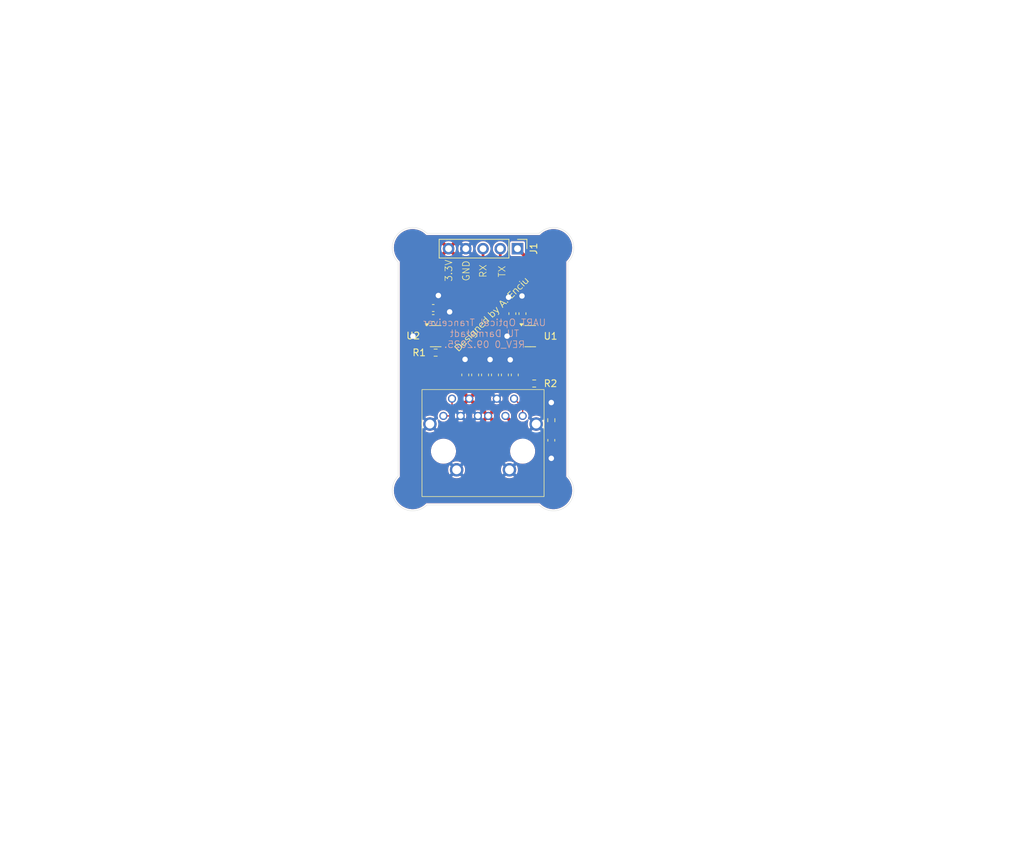
<source format=kicad_pcb>
(kicad_pcb (version 20241229) (generator "pcbnew") (generator_version "9.0")
  (layers (0 "F.Cu" signal) (2 "B.Cu" signal) (13 "F.Paste" user) (15 "B.Paste" user) (5 "F.SilkS" user "F.Silkscreen") (7 "B.SilkS" user "B.Silkscreen") (1 "F.Mask" user) (3 "B.Mask" user) (25 "Edge.Cuts" user))
  (net 0 "")
  (net 1 "GND")
  (net 2 "+3V3")
  (net 3 "/MON")
  (net 4 "/RD_P")
  (net 5 "/RD_N")
  (net 6 "/TD_N")
  (net 7 "/TD_P")
  (net 8 "/UART_TX")
  (net 9 "/UART_RX")
  (footprint "Package_TO_SOT_SMD:SOT-23-5" (layer "F.Cu") (at 115.6425 81.42)
    (property "Reference" "U2" (at -3.3125 -0.05 0) (layer "F.SilkS"))
    (property "Value" "DS90LV012ATMF")
    (fp_line (start 0 -1.56) (end -0.8 -1.56) (stroke (width 0.12)) (layer "F.SilkS"))
    (fp_line (start 0 -1.56) (end 0.8 -1.56) (stroke (width 0.12)) (layer "F.SilkS"))
    (fp_line (start 0 1.56) (end -0.8 1.56) (stroke (width 0.12)) (layer "F.SilkS"))
    (fp_line (start 0 1.56) (end 0.8 1.56) (stroke (width 0.12)) (layer "F.SilkS"))
    (fp_poly (pts (xy -1.3 -1.51) (xy -1.54 -1.84) (xy -1.06 -1.84)) (stroke (width 0.12)) (fill yes) (layer "F.SilkS"))
    (pad "1" smd roundrect (at -1.1375 -0.95) (size 1.325 0.6) (layers "F.Cu" "F.Mask" "F.Paste") (net 2 "+3V3"))
    (pad "2" smd roundrect (at -1.1375 0) (size 1.325 0.6) (layers "F.Cu" "F.Mask" "F.Paste") (net 1 "GND"))
    (pad "3" smd roundrect (at -1.1375 0.95) (size 1.325 0.6) (layers "F.Cu" "F.Mask" "F.Paste") (net 7 "/TD_P"))
    (pad "4" smd roundrect (at 1.1375 0.95) (size 1.325 0.6) (layers "F.Cu" "F.Mask" "F.Paste") (net 6 "/TD_N"))
    (pad "5" smd roundrect (at 1.1375 -0.95) (size 1.325 0.6) (layers "F.Cu" "F.Mask" "F.Paste") (net 9 "/UART_RX"))
  )
  (footprint "Capacitor_SMD:C_0603_1608Metric" (layer "F.Cu") (at 126.94 78.1 90)
    (property "Reference" "C8" (hide yes))
    (property "Value" "100n")
    (fp_line (start -0.14058 -0.51) (end 0.14058 -0.51) (stroke (width 0.12)) (layer "F.SilkS"))
    (fp_line (start -0.14058 0.51) (end 0.14058 0.51) (stroke (width 0.12)) (layer "F.SilkS"))
    (pad "1" smd roundrect (at -0.775 0 90) (size 0.9 0.95) (layers "F.Cu" "F.Mask" "F.Paste") (net 2 "+3V3"))
    (pad "2" smd roundrect (at 0.775 0 90) (size 0.9 0.95) (layers "F.Cu" "F.Mask" "F.Paste") (net 1 "GND"))
  )
  (footprint "Capacitor_SMD:C_0603_1608Metric" (layer "F.Cu") (at 121.46 87.13 90)
    (property "Reference" "C4" (hide yes))
    (property "Value" "10u")
    (fp_line (start -0.14058 -0.51) (end 0.14058 -0.51) (stroke (width 0.12)) (layer "F.SilkS"))
    (fp_line (start -0.14058 0.51) (end 0.14058 0.51) (stroke (width 0.12)) (layer "F.SilkS"))
    (pad "1" smd roundrect (at -0.775 0 90) (size 0.9 0.95) (layers "F.Cu" "F.Mask" "F.Paste") (net 2 "+3V3"))
    (pad "2" smd roundrect (at 0.775 0 90) (size 0.9 0.95) (layers "F.Cu" "F.Mask" "F.Paste") (net 1 "GND"))
  )
  (footprint "Capacitor_SMD:C_0603_1608Metric" (layer "F.Cu") (at 120 87.13 90)
    (property "Reference" "C6" (hide yes))
    (property "Value" "10n")
    (fp_line (start -0.14058 -0.51) (end 0.14058 -0.51) (stroke (width 0.12)) (layer "F.SilkS"))
    (fp_line (start -0.14058 0.51) (end 0.14058 0.51) (stroke (width 0.12)) (layer "F.SilkS"))
    (pad "1" smd roundrect (at -0.775 0 90) (size 0.9 0.95) (layers "F.Cu" "F.Mask" "F.Paste") (net 2 "+3V3"))
    (pad "2" smd roundrect (at 0.775 0 90) (size 0.9 0.95) (layers "F.Cu" "F.Mask" "F.Paste") (net 1 "GND"))
  )
  (footprint "Package_TO_SOT_SMD:SOT-23-5" (layer "F.Cu") (at 129.5825 81.42)
    (property "Reference" "U1" (at 2.9875 0 0) (layer "F.SilkS"))
    (property "Value" "DS90LV011A")
    (fp_line (start 0 -1.56) (end -0.8 -1.56) (stroke (width 0.12)) (layer "F.SilkS"))
    (fp_line (start 0 -1.56) (end 0.8 -1.56) (stroke (width 0.12)) (layer "F.SilkS"))
    (fp_line (start 0 1.56) (end -0.8 1.56) (stroke (width 0.12)) (layer "F.SilkS"))
    (fp_line (start 0 1.56) (end 0.8 1.56) (stroke (width 0.12)) (layer "F.SilkS"))
    (fp_poly (pts (xy -1.3 -1.51) (xy -1.54 -1.84) (xy -1.06 -1.84)) (stroke (width 0.12)) (fill yes) (layer "F.SilkS"))
    (pad "1" smd roundrect (at -1.1375 -0.95) (size 1.325 0.6) (layers "F.Cu" "F.Mask" "F.Paste") (net 2 "+3V3"))
    (pad "2" smd roundrect (at -1.1375 0) (size 1.325 0.6) (layers "F.Cu" "F.Mask" "F.Paste") (net 1 "GND"))
    (pad "3" smd roundrect (at -1.1375 0.95) (size 1.325 0.6) (layers "F.Cu" "F.Mask" "F.Paste") (net 5 "/RD_N"))
    (pad "4" smd roundrect (at 1.1375 0.95) (size 1.325 0.6) (layers "F.Cu" "F.Mask" "F.Paste") (net 4 "/RD_P"))
    (pad "5" smd roundrect (at 1.1375 -0.95) (size 1.325 0.6) (layers "F.Cu" "F.Mask" "F.Paste") (net 8 "/UART_TX"))
  )
  (footprint "Capacitor_SMD:C_0603_1608Metric" (layer "F.Cu") (at 128.43 78.1 90)
    (property "Reference" "C9" (hide yes))
    (property "Value" "1n")
    (fp_line (start -0.14058 -0.51) (end 0.14058 -0.51) (stroke (width 0.12)) (layer "F.SilkS"))
    (fp_line (start -0.14058 0.51) (end 0.14058 0.51) (stroke (width 0.12)) (layer "F.SilkS"))
    (pad "1" smd roundrect (at -0.775 0 90) (size 0.9 0.95) (layers "F.Cu" "F.Mask" "F.Paste") (net 2 "+3V3"))
    (pad "2" smd roundrect (at 0.775 0 90) (size 0.9 0.95) (layers "F.Cu" "F.Mask" "F.Paste") (net 1 "GND"))
  )
  (footprint "Connector_PinHeader_2.54mm:PinHeader_1x05_P2.54mm_Vertical" (layer "F.Cu") (at 127.7 68.53 -90)
    (property "Reference" "J1" (at 0 -2.38 90) (layer "F.SilkS"))
    (property "Value" "Conn_01x05_Pin")
    (fp_line (start -1.38 11.54) (end 1.38 11.54) (stroke (width 0.12)) (layer "F.SilkS"))
    (fp_line (start -1.38 1.27) (end -1.38 11.54) (stroke (width 0.12)) (layer "F.SilkS"))
    (fp_line (start -1.38 1.27) (end 1.38 1.27) (stroke (width 0.12)) (layer "F.SilkS"))
    (fp_line (start 1.38 1.27) (end 1.38 11.54) (stroke (width 0.12)) (layer "F.SilkS"))
    (fp_line (start -1.38 0) (end -1.38 -1.38) (stroke (width 0.12)) (layer "F.SilkS"))
    (fp_line (start -1.38 -1.38) (end 0 -1.38) (stroke (width 0.12)) (layer "F.SilkS"))
    (pad "1" thru_hole rect (at 0 0 270) (size 1.7 1.7) (drill 1) (layers "*.Cu" "*.Mask") (net 3 "/MON"))
    (pad "2" thru_hole circle (at 0 2.54 270) (size 1.7 1.7) (drill 1) (layers "*.Cu" "*.Mask") (net 8 "/UART_TX"))
    (pad "3" thru_hole circle (at 0 5.08 270) (size 1.7 1.7) (drill 1) (layers "*.Cu" "*.Mask") (net 9 "/UART_RX"))
    (pad "4" thru_hole circle (at 0 7.62 270) (size 1.7 1.7) (drill 1) (layers "*.Cu" "*.Mask") (net 1 "GND"))
    (pad "5" thru_hole circle (at 0 10.16 270) (size 1.7 1.7) (drill 1) (layers "*.Cu" "*.Mask") (net 2 "+3V3"))
  )
  (footprint "Resistor_SMD:R_0603_1608Metric" (layer "F.Cu") (at 132.68 93.8 90)
    (property "Reference" "R3" (hide yes))
    (property "Value" "2k")
    (fp_line (start -0.237258 -0.5225) (end 0.237258 -0.5225) (stroke (width 0.12)) (layer "F.SilkS"))
    (fp_line (start -0.237258 0.5225) (end 0.237258 0.5225) (stroke (width 0.12)) (layer "F.SilkS"))
    (pad "1" smd roundrect (at -0.825 0 90) (size 0.8 0.95) (layers "F.Cu" "F.Mask" "F.Paste") (net 3 "/MON"))
    (pad "2" smd roundrect (at 0.825 0 90) (size 0.8 0.95) (layers "F.Cu" "F.Mask" "F.Paste") (net 1 "GND"))
  )
  (footprint "Capacitor_SMD:C_0603_1608Metric" (layer "F.Cu") (at 124.38 87.13 90)
    (property "Reference" "C1" (hide yes))
    (property "Value" "10u")
    (fp_line (start -0.14058 -0.51) (end 0.14058 -0.51) (stroke (width 0.12)) (layer "F.SilkS"))
    (fp_line (start -0.14058 0.51) (end 0.14058 0.51) (stroke (width 0.12)) (layer "F.SilkS"))
    (pad "1" smd roundrect (at -0.775 0 90) (size 0.9 0.95) (layers "F.Cu" "F.Mask" "F.Paste") (net 2 "+3V3"))
    (pad "2" smd roundrect (at 0.775 0 90) (size 0.9 0.95) (layers "F.Cu" "F.Mask" "F.Paste") (net 1 "GND"))
  )
  (footprint "Capacitor_SMD:C_0603_1608Metric" (layer "F.Cu") (at 115.28 77.27)
    (property "Reference" "C11" (hide yes))
    (property "Value" "1n")
    (fp_line (start -0.14058 -0.51) (end 0.14058 -0.51) (stroke (width 0.12)) (layer "F.SilkS"))
    (fp_line (start -0.14058 0.51) (end 0.14058 0.51) (stroke (width 0.12)) (layer "F.SilkS"))
    (pad "1" smd roundrect (at -0.775 0) (size 0.9 0.95) (layers "F.Cu" "F.Mask" "F.Paste") (net 2 "+3V3"))
    (pad "2" smd roundrect (at 0.775 0) (size 0.9 0.95) (layers "F.Cu" "F.Mask" "F.Paste") (net 1 "GND"))
  )
  (footprint "Capacitor_SMD:C_0603_1608Metric" (layer "F.Cu") (at 115.28 78.76)
    (property "Reference" "C10" (hide yes))
    (property "Value" "100n")
    (fp_line (start -0.14058 -0.51) (end 0.14058 -0.51) (stroke (width 0.12)) (layer "F.SilkS"))
    (fp_line (start -0.14058 0.51) (end 0.14058 0.51) (stroke (width 0.12)) (layer "F.SilkS"))
    (pad "1" smd roundrect (at -0.775 0) (size 0.9 0.95) (layers "F.Cu" "F.Mask" "F.Paste") (net 2 "+3V3"))
    (pad "2" smd roundrect (at 0.775 0) (size 0.9 0.95) (layers "F.Cu" "F.Mask" "F.Paste") (net 1 "GND"))
  )
  (footprint "Capacitor_SMD:C_0603_1608Metric" (layer "F.Cu") (at 122.92 87.13 90)
    (property "Reference" "C5" (hide yes))
    (property "Value" "470n")
    (fp_line (start -0.14058 -0.51) (end 0.14058 -0.51) (stroke (width 0.12)) (layer "F.SilkS"))
    (fp_line (start -0.14058 0.51) (end 0.14058 0.51) (stroke (width 0.12)) (layer "F.SilkS"))
    (pad "1" smd roundrect (at -0.775 0 90) (size 0.9 0.95) (layers "F.Cu" "F.Mask" "F.Paste") (net 2 "+3V3"))
    (pad "2" smd roundrect (at 0.775 0 90) (size 0.9 0.95) (layers "F.Cu" "F.Mask" "F.Paste") (net 1 "GND"))
  )
  (footprint "Capacitor_SMD:C_0603_1608Metric" (layer "F.Cu") (at 125.84 87.13 90)
    (property "Reference" "C2" (hide yes))
    (property "Value" "470n")
    (fp_line (start -0.14058 -0.51) (end 0.14058 -0.51) (stroke (width 0.12)) (layer "F.SilkS"))
    (fp_line (start -0.14058 0.51) (end 0.14058 0.51) (stroke (width 0.12)) (layer "F.SilkS"))
    (pad "1" smd roundrect (at -0.775 0 90) (size 0.9 0.95) (layers "F.Cu" "F.Mask" "F.Paste") (net 2 "+3V3"))
    (pad "2" smd roundrect (at 0.775 0 90) (size 0.9 0.95) (layers "F.Cu" "F.Mask" "F.Paste") (net 1 "GND"))
  )
  (footprint "0_lib:AFBR-5803ZTZ_AVA" (layer "F.Cu") (at 122.62 98.37)
    (property "Reference" "Conn1" (hide yes))
    (property "Value" "AFBR-59F2Z" (hide yes))
    (fp_rect (start -8.995 -9.08) (end 8.995 6.685) (stroke (width 0.1)) (fill no) (layer "F.SilkS"))
    (pad "" np_thru_hole circle (at -5.83 0) (size 3.2 3.2) (drill 3.2) (layers "*.Cu" "*.Mask"))
    (pad "" np_thru_hole circle (at 5.83 0) (size 3.2 3.2) (drill 3.2) (layers "*.Cu" "*.Mask"))
    (pad "1" thru_hole circle (at -5.84 -5.2) (size 1.2 1.2) (drill 0.8) (layers "*.Cu" "*.Mask") (net 6 "/TD_N"))
    (pad "2" thru_hole circle (at -4.57 -7.74) (size 1.2 1.2) (drill 0.8) (layers "*.Cu" "*.Mask") (net 7 "/TD_P"))
    (pad "3" thru_hole circle (at -3.3 -5.2) (size 1.2 1.2) (drill 0.8) (layers "*.Cu" "*.Mask") (net 1 "GND"))
    (pad "4" thru_hole circle (at -2.03 -7.74) (size 1.2 1.2) (drill 0.8) (layers "*.Cu" "*.Mask") (net 2 "+3V3"))
    (pad "5" thru_hole circle (at -0.76 -5.2) (size 1.2 1.2) (drill 0.8) (layers "*.Cu" "*.Mask") (net 1 "GND"))
    (pad "6" thru_hole circle (at 0.76 -5.2) (size 1.2 1.2) (drill 0.8) (layers "*.Cu" "*.Mask") (net 2 "+3V3"))
    (pad "7" thru_hole circle (at 2.03 -7.74) (size 1.2 1.2) (drill 0.8) (layers "*.Cu" "*.Mask") (net 1 "GND"))
    (pad "8" thru_hole circle (at 3.3 -5.2) (size 1.2 1.2) (drill 0.8) (layers "*.Cu" "*.Mask") (net 3 "/MON"))
    (pad "9" thru_hole circle (at 4.57 -7.74) (size 1.2 1.2) (drill 0.8) (layers "*.Cu" "*.Mask") (net 5 "/RD_N"))
    (pad "10" thru_hole circle (at 5.84 -5.2) (size 1.2 1.2) (drill 0.8) (layers "*.Cu" "*.Mask") (net 4 "/RD_P"))
    (pad "11" thru_hole circle (at -7.83 -4) (size 2 2) (drill 1.3) (layers "*.Cu" "*.Mask") (net 1 "GND"))
    (pad "12" thru_hole circle (at 7.83 -4) (size 2 2) (drill 1.3) (layers "*.Cu" "*.Mask") (net 1 "GND"))
    (pad "13" thru_hole circle (at -3.89 2.74) (size 2 2) (drill 1.3) (layers "*.Cu" "*.Mask") (net 1 "GND"))
    (pad "14" thru_hole circle (at 3.89 2.74) (size 2 2) (drill 1.3) (layers "*.Cu" "*.Mask") (net 1 "GND"))
  )
  (footprint "Capacitor_SMD:C_0603_1608Metric" (layer "F.Cu") (at 132.68 96.76 -90)
    (property "Reference" "C7" (hide yes))
    (property "Value" "100n")
    (fp_line (start -0.14058 0.51) (end 0.14058 0.51) (stroke (width 0.12)) (layer "F.SilkS"))
    (fp_line (start -0.14058 -0.51) (end 0.14058 -0.51) (stroke (width 0.12)) (layer "F.SilkS"))
    (pad "1" smd roundrect (at -0.775 0 270) (size 0.9 0.95) (layers "F.Cu" "F.Mask" "F.Paste") (net 3 "/MON"))
    (pad "2" smd roundrect (at 0.775 0 270) (size 0.9 0.95) (layers "F.Cu" "F.Mask" "F.Paste") (net 1 "GND"))
  )
  (footprint "Resistor_SMD:R_0603_1608Metric" (layer "F.Cu") (at 130.16 88.4)
    (property "Reference" "R2" (at 2.4 0 0) (layer "F.SilkS"))
    (property "Value" "100")
    (fp_line (start -0.237258 -0.5225) (end 0.237258 -0.5225) (stroke (width 0.12)) (layer "F.SilkS"))
    (fp_line (start -0.237258 0.5225) (end 0.237258 0.5225) (stroke (width 0.12)) (layer "F.SilkS"))
    (pad "1" smd roundrect (at -0.825 0) (size 0.8 0.95) (layers "F.Cu" "F.Mask" "F.Paste") (net 5 "/RD_N"))
    (pad "2" smd roundrect (at 0.825 0) (size 0.8 0.95) (layers "F.Cu" "F.Mask" "F.Paste") (net 4 "/RD_P"))
  )
  (footprint "Capacitor_SMD:C_0603_1608Metric" (layer "F.Cu") (at 127.3 87.13 90)
    (property "Reference" "C3" (hide yes))
    (property "Value" "10n")
    (fp_line (start -0.14058 -0.51) (end 0.14058 -0.51) (stroke (width 0.12)) (layer "F.SilkS"))
    (fp_line (start -0.14058 0.51) (end 0.14058 0.51) (stroke (width 0.12)) (layer "F.SilkS"))
    (pad "1" smd roundrect (at -0.775 0 90) (size 0.9 0.95) (layers "F.Cu" "F.Mask" "F.Paste") (net 2 "+3V3"))
    (pad "2" smd roundrect (at 0.775 0 90) (size 0.9 0.95) (layers "F.Cu" "F.Mask" "F.Paste") (net 1 "GND"))
  )
  (footprint "Resistor_SMD:R_0603_1608Metric" (layer "F.Cu") (at 115.64 83.85 180)
    (property "Reference" "R1" (at 2.43 0 0) (layer "F.SilkS"))
    (property "Value" "100")
    (fp_line (start -0.237258 0.5225) (end 0.237258 0.5225) (stroke (width 0.12)) (layer "F.SilkS"))
    (fp_line (start -0.237258 -0.5225) (end 0.237258 -0.5225) (stroke (width 0.12)) (layer "F.SilkS"))
    (pad "1" smd roundrect (at -0.825 0 180) (size 0.8 0.95) (layers "F.Cu" "F.Mask" "F.Paste") (net 6 "/TD_N"))
    (pad "2" smd roundrect (at 0.825 0 180) (size 0.8 0.95) (layers "F.Cu" "F.Mask" "F.Paste") (net 7 "/TD_P"))
  )
  (gr_line (start 135.12 70.52264) (end 135.12 102.03736) (stroke (width 0.05)) (layer "Edge.Cuts"))
  (gr_arc (start 135.12 102.03736) (mid 135.12 106.28) (end 130.87736 106.28) (stroke (width 0.05)) (layer "Edge.Cuts"))
  (gr_arc (start 114.36264 106.28) (mid 110.12 106.28) (end 110.12 102.03736) (stroke (width 0.05)) (layer "Edge.Cuts"))
  (gr_line (start 110.12 70.52264) (end 110.12 102.03736) (stroke (width 0.05)) (layer "Edge.Cuts"))
  (gr_arc (start 110.12 70.52264) (mid 110.12 66.28) (end 114.36264 66.28) (stroke (width 0.05)) (layer "Edge.Cuts"))
  (gr_line (start 130.87736 66.28) (end 114.36264 66.28) (stroke (width 0.05)) (layer "Edge.Cuts"))
  (gr_arc (start 130.87736 66.28) (mid 135.12 66.28) (end 135.12 70.52264) (stroke (width 0.05)) (layer "Edge.Cuts"))
  (gr_line (start 130.87736 106.28) (end 114.36264 106.28) (stroke (width 0.05)) (layer "Edge.Cuts"))
  (gr_text "GND" (at 120.72 73.38 90) (layer "F.SilkS") (effects (font (size 1 1) (thickness 0.1)) (justify left bottom)))
  (gr_text "3.3V" (at 118.15 73.45 90) (layer "F.SilkS") (effects (font (size 1 1) (thickness 0.1)) (justify left bottom)))
  (gr_text "Designed by A. Enciu" (at 119.11 83.9 45) (layer "F.SilkS") (effects (font (size 1 1) (thickness 0.1)) (justify left bottom)))
  (gr_text "TX" (at 126 72.82 90) (layer "F.SilkS") (effects (font (size 1 1) (thickness 0.1)) (justify left bottom)))
  (gr_text "RX" (at 123.22 72.87 90) (layer "F.SilkS") (effects (font (size 1 1) (thickness 0.1)) (justify left bottom)))
  (gr_text "UART Optical Tranceiver\nTU Darmstadt\nREV_0 09.2025." (at 122.84 83.23 0) (layer "B.SilkS") (effects (font (size 1 1) (thickness 0.1)) (justify bottom mirror)))
  (segment (start 116.78 78.76) (end 117.7 77.84) (width 0.5) (layer "F.Cu") (net 1))
  (segment (start 128.445 81.42) (end 126.16 81.42) (width 0.5) (layer "F.Cu") (net 1))
  (segment (start 126.38 75.69) (end 126.94 76.25) (width 0.5) (layer "F.Cu") (net 1))
  (segment (start 132.68 97.535) (end 132.68 99.42) (width 0.5) (layer "F.Cu") (net 1))
  (segment (start 116.055 78.76) (end 116.78 78.76) (width 0.5) (layer "F.Cu") (net 1))
  (segment (start 116.04 75.43) (end 116.055 75.445) (width 0.5) (layer "F.Cu") (net 1))
  (segment (start 114.505 81.42) (end 112.3 81.42) (width 0.5) (layer "F.Cu") (net 1))
  (segment (start 126.94 76.25) (end 126.94 77.325) (width 0.5) (layer "F.Cu") (net 1))
  (segment (start 116.055 75.445) (end 116.055 77.27) (width 0.5) (layer "F.Cu") (net 1))
  (segment (start 132.68 92.975) (end 132.68 91.2) (width 0.5) (layer "F.Cu") (net 1))
  (segment (start 128.36 75.5) (end 128.43 75.57) (width 0.5) (layer "F.Cu") (net 1))
  (segment (start 128.435 77.27) (end 128.435 77.28) (width 0.5) (layer "F.Cu") (net 1))
  (segment (start 128.43 75.57) (end 128.43 77.325) (width 0.5) (layer "F.Cu") (net 1))
  (via (at 126.16 81.42) (size 1.2) (drill 0.8) (layers "F.Cu" "B.Cu") (net 1))
  (via (at 123.66 84.87) (size 1.2) (drill 0.8) (layers "F.Cu" "B.Cu") (net 1))
  (via (at 112.3 81.42) (size 1.2) (drill 0.8) (layers "F.Cu" "B.Cu") (net 1))
  (via (at 132.68 91.2) (size 1.2) (drill 0.8) (layers "F.Cu" "B.Cu") (net 1))
  (via (at 117.7 77.84) (size 1.2) (drill 0.8) (layers "F.Cu" "B.Cu") (net 1))
  (via (at 128.36 75.5) (size 1.2) (drill 0.8) (layers "F.Cu" "B.Cu") (net 1))
  (via (at 119.97 84.84) (size 1.2) (drill 0.8) (layers "F.Cu" "B.Cu") (net 1))
  (via (at 116.04 75.43) (size 1.2) (drill 0.8) (layers "F.Cu" "B.Cu") (net 1))
  (via (at 132.68 99.42) (size 1.2) (drill 0.8) (layers "F.Cu" "B.Cu") (net 1))
  (via (at 126.38 75.69) (size 1.2) (drill 0.8) (layers "F.Cu" "B.Cu") (net 1))
  (via (at 126.63 84.9) (size 1.2) (drill 0.8) (layers "F.Cu" "B.Cu") (net 1))
  (segment (start 128.435 80.46) (end 128.445 80.47) (width 0.1) (layer "F.Cu") (net 2))
  (segment (start 114.505 78.76) (end 114.505 80.47) (width 0.5) (layer "F.Cu") (net 2))
  (segment (start 128.435 78.76) (end 128.435 80.46) (width 0.5) (layer "F.Cu") (net 2))
  (segment (start 114.505 77.27) (end 114.505 78.76) (width 0.5) (layer "F.Cu") (net 2))
  (segment (start 133.8 93.5) (end 133.8 74.63) (width 0.5) (layer "F.Cu") (net 3))
  (segment (start 132.68 94.62) (end 133.8 93.5) (width 0.5) (layer "F.Cu") (net 3))
  (segment (start 133.8 74.63) (end 127.7 68.53) (width 0.5) (layer "F.Cu") (net 3))
  (segment (start 132.68 94.625) (end 132.68 94.62) (width 0.5) (layer "F.Cu") (net 3))
  (segment (start 125.92 93.17) (end 128.735 95.985) (width 0.5) (layer "F.Cu") (net 3))
  (segment (start 128.735 95.985) (end 132.68 95.985) (width 0.5) (layer "F.Cu") (net 3))
  (segment (start 132.68 95.985) (end 132.68 94.625) (width 0.5) (layer "F.Cu") (net 3))
  (segment (start 130.72 82.87) (end 129.94 83.65) (width 0.18) (layer "F.Cu") (net 4))
  (segment (start 129.94 83.65) (end 129.94 84.070796) (width 0.18) (layer "F.Cu") (net 4))
  (segment (start 130.315 89.884204) (end 128.46 91.739204) (width 0.18) (layer "F.Cu") (net 4))
  (segment (start 128.46 91.739204) (end 128.46 93.17) (width 0.18) (layer "F.Cu") (net 4))
  (segment (start 130.72 82.37) (end 130.72 82.87) (width 0.18) (layer "F.Cu") (net 4))
  (segment (start 130.985 88.4) (end 130.985 88.475) (width 0.18) (layer "F.Cu") (net 4))
  (segment (start 130.315 89.145) (end 130.315 89.884204) (width 0.18) (layer "F.Cu") (net 4))
  (segment (start 129.94 84.070796) (end 130.315 84.445796) (width 0.18) (layer "F.Cu") (net 4))
  (segment (start 130.985 88.475) (end 130.315 89.145) (width 0.18) (layer "F.Cu") (net 4))
  (segment (start 130.315 87.017499) (end 130.985 87.687499) (width 0.18) (layer "F.Cu") (net 4))
  (segment (start 130.315 84.445796) (end 130.315 87.017499) (width 0.18) (layer "F.Cu") (net 4))
  (segment (start 130.985 87.687499) (end 130.985 88.4) (width 0.18) (layer "F.Cu") (net 4))
  (segment (start 129.335 88.475) (end 130.005 89.145) (width 0.18) (layer "F.Cu") (net 5))
  (segment (start 128.070398 91.510398) (end 127.19 90.63) (width 0.18) (layer "F.Cu") (net 5))
  (segment (start 130.005 89.145) (end 130.005 89.755796) (width 0.18) (layer "F.Cu") (net 5))
  (segment (start 128.445 82.37) (end 128.445 83.014204) (width 0.18) (layer "F.Cu") (net 5))
  (segment (start 130.005 84.574204) (end 130.005 87.017499) (width 0.18) (layer "F.Cu") (net 5))
  (segment (start 128.445 83.014204) (end 130.005 84.574204) (width 0.18) (layer "F.Cu") (net 5))
  (segment (start 130.005 89.755796) (end 128.250398 91.510398) (width 0.18) (layer "F.Cu") (net 5))
  (segment (start 130.005 87.017499) (end 129.335 87.687499) (width 0.18) (layer "F.Cu") (net 5))
  (segment (start 128.250398 91.510398) (end 128.070398 91.510398) (width 0.18) (layer "F.Cu") (net 5))
  (segment (start 129.335 88.4) (end 129.335 88.475) (width 0.18) (layer "F.Cu") (net 5))
  (segment (start 129.335 87.687499) (end 129.335 88.4) (width 0.18) (layer "F.Cu") (net 5))
  (segment (start 116.465 83.85) (end 116.465 83.925) (width 0.18) (layer "F.Cu") (net 6))
  (segment (start 117.699204 93.17) (end 116.78 93.17) (width 0.18) (layer "F.Cu") (net 6))
  (segment (start 119.445 91.424204) (end 117.699204 93.17) (width 0.18) (layer "F.Cu") (net 6))
  (segment (start 116.465 83.85) (end 116.465 82.685) (width 0.18) (layer "F.Cu") (net 6))
  (segment (start 116.465 82.685) (end 116.78 82.37) (width 0.18) (layer "F.Cu") (net 6))
  (segment (start 119.445 88.525796) (end 119.445 91.424204) (width 0.18) (layer "F.Cu") (net 6))
  (segment (start 115.795 84.595) (end 115.795 84.875796) (width 0.18) (layer "F.Cu") (net 6))
  (segment (start 115.795 84.875796) (end 119.445 88.525796) (width 0.18) (layer "F.Cu") (net 6))
  (segment (start 116.465 83.925) (end 115.795 84.595) (width 0.18) (layer "F.Cu") (net 6))
  (segment (start 117.613609 87.132813) (end 117.680078 87.199282) (width 0.18) (layer "F.Cu") (net 7))
  (segment (start 114.815 83.925) (end 115.485 84.595) (width 0.18) (layer "F.Cu") (net 7))
  (segment (start 114.815 83.85) (end 114.815 83.925) (width 0.18) (layer "F.Cu") (net 7))
  (segment (start 115.485 85.004204) (end 117.015398 86.534602) (width 0.18) (layer "F.Cu") (net 7))
  (segment (start 117.182451 87.2981) (end 117.347737 87.132813) (width 0.18) (layer "F.Cu") (net 7))
  (segment (start 118.470796 91.96) (end 118.17 91.96) (width 0.18) (layer "F.Cu") (net 7))
  (segment (start 118.17 91.96) (end 118.05 91.84) (width 0.18) (layer "F.Cu") (net 7))
  (segment (start 117.680078 87.199282) (end 119.135 88.654204) (width 0.18) (layer "F.Cu") (net 7))
  (segment (start 119.135 91.295796) (end 118.470796 91.96) (width 0.18) (layer "F.Cu") (net 7))
  (segment (start 119.135 89.227416) (end 119.135 91.295796) (width 0.18) (layer "F.Cu") (net 7))
  (segment (start 118.05 91.84) (end 118.05 90.63) (width 0.18) (layer "F.Cu") (net 7))
  (segment (start 117.015398 86.800474) (end 116.850111 86.96576) (width 0.18) (layer "F.Cu") (net 7))
  (segment (start 119.135 88.654204) (end 119.135 89.227416) (width 0.18) (layer "F.Cu") (net 7))
  (segment (start 114.815 83.85) (end 114.815 82.68) (width 0.18) (layer "F.Cu") (net 7))
  (segment (start 114.815 82.68) (end 114.505 82.37) (width 0.18) (layer "F.Cu") (net 7))
  (segment (start 115.485 84.595) (end 115.485 85.004204) (width 0.18) (layer "F.Cu") (net 7))
  (segment (start 116.850111 87.231632) (end 116.916579 87.2981) (width 0.18) (layer "F.Cu") (net 7))
  (arc (start 116.916579 87.2981) (mid 117.049515 87.353164) (end 117.182451 87.2981) (width 0.18) (layer "F.Cu") (net 7))
  (arc (start 116.850111 86.96576) (mid 116.795047 87.098696) (end 116.850111 87.231632) (width 0.18) (layer "F.Cu") (net 7))
  (arc (start 117.347737 87.132813) (mid 117.480673 87.077749) (end 117.613609 87.132813) (width 0.18) (layer "F.Cu") (net 7))
  (arc (start 117.015398 86.534602) (mid 117.070462 86.667538) (end 117.015398 86.800474) (width 0.18) (layer "F.Cu") (net 7))
  (segment (start 125.16 70.51) (end 131.94 77.29) (width 0.395) (layer "F.Cu") (net 8))
  (segment (start 125.16 68.53) (end 125.16 70.51) (width 0.395) (layer "F.Cu") (net 8))
  (segment (start 131.94 77.29) (end 131.94 79.61) (width 0.395) (layer "F.Cu") (net 8))
  (segment (start 131.08 80.47) (end 130.72 80.47) (width 0.395) (layer "F.Cu") (net 8))
  (segment (start 131.94 79.61) (end 131.08 80.47) (width 0.395) (layer "F.Cu") (net 8))
  (segment (start 116.78 80.47) (end 117.15 80.47) (width 0.395) (layer "F.Cu") (net 9))
  (segment (start 122.62 75) (end 122.62 68.53) (width 0.395) (layer "F.Cu") (net 9))
  (segment (start 117.15 80.47) (end 122.62 75) (width 0.395) (layer "F.Cu") (net 9))
  (zone (net 1) (net_name "GND") (layer "F.Cu") (priority 1) (connect_pads (clearance 0.25)) (min_thickness 0.25) (fill yes (thermal_gap 0.25) (thermal_bridge_width 0.5))
    (polygon (pts (xy 119.08 83.945) (xy 128.26 83.945) (xy 128.26 86.735) (xy 119.08 86.735)))
  )
  (zone (net 2) (net_name "+3V3") (layer "F.Cu") (connect_pads (clearance 0.25)) (min_thickness 0.25) (fill yes (thermal_gap 0.25) (thermal_bridge_width 0.5))
    (polygon (pts (xy 119.08 87.18) (xy 128.11 87.18) (xy 128.11 94.24) (xy 119.08 94.24)))
  )
  (zone (net 2) (net_name "+3V3") (layer "F.Cu") (connect_pads (clearance 0.25)) (min_thickness 0.25) (fill yes (thermal_gap 0.25) (thermal_bridge_width 0.5))
    (polygon (pts (xy 64.48 41.41) (xy 192.24 41.41) (xy 192.24 137.86) (xy 64.48 137.86)))
  )
  (zone (net 1) (net_name "GND") (layer "B.Cu") (connect_pads (clearance 0.25)) (min_thickness 0.25) (fill yes (thermal_gap 0.25) (thermal_bridge_width 0.5))
    (polygon (pts (xy 51.45 31.89) (xy 202.35 31.89) (xy 202.35 159.06) (xy 51.45 159.06)))
  )
)
</source>
